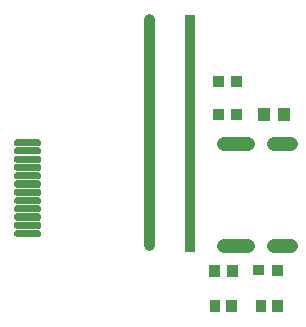
<source format=gbs>
G04 Layer: BottomSolderMaskLayer*
G04 EasyEDA v6.4.25, 2021-11-23T22:35:47+08:00*
G04 b1e9ac58b82e44e2a900f0cbd8408905,45ba98ba689c459a8d72e4540021d05b,10*
G04 Gerber Generator version 0.2*
G04 Scale: 100 percent, Rotated: No, Reflected: No *
G04 Dimensions in millimeters *
G04 leading zeros omitted , absolute positions ,4 integer and 5 decimal *
%FSLAX45Y45*%
%MOMM*%

%ADD36C,1.2032*%
%ADD49C,0.9081*%

%LPD*%
D49*
X2011669Y1477830D02*
G01*
X2011669Y-441523D01*
D36*
X3071314Y416910D02*
G01*
X3221314Y416910D01*
X3071312Y-447095D02*
G01*
X3221314Y-447095D01*
X2652613Y416504D02*
G01*
X2852613Y416504D01*
X2652613Y-447502D02*
G01*
X2852613Y-447502D01*
G36*
X2316723Y-499699D02*
G01*
X2316723Y1510456D01*
X2407655Y1510456D01*
X2407655Y-499699D01*
G37*
G36*
X2530083Y-1007699D02*
G01*
X2530083Y-907623D01*
X2620253Y-907623D01*
X2620253Y-1007699D01*
G37*
G36*
X2670037Y-1007699D02*
G01*
X2670037Y-907623D01*
X2760207Y-907623D01*
X2760207Y-1007699D01*
G37*
G36*
X2559039Y893998D02*
G01*
X2559039Y990518D01*
X2649717Y990518D01*
X2649717Y893998D01*
G37*
G36*
X2709661Y893998D02*
G01*
X2709661Y990518D01*
X2800339Y990518D01*
X2800339Y893998D01*
G37*
G36*
X3057387Y-1007191D02*
G01*
X3057387Y-906861D01*
X3147557Y-906861D01*
X3147557Y-1007191D01*
G37*
G36*
X2917433Y-1007191D02*
G01*
X2917433Y-906861D01*
X3007603Y-906861D01*
X3007603Y-1007191D01*
G37*
G36*
X2897621Y-697565D02*
G01*
X2897621Y-607395D01*
X2987791Y-607395D01*
X2987791Y-697565D01*
G37*
G36*
X3057387Y-698327D02*
G01*
X3057387Y-608157D01*
X3147557Y-608157D01*
X3147557Y-698327D01*
G37*
G36*
X2940801Y607740D02*
G01*
X2940801Y717976D01*
X3041131Y717976D01*
X3041131Y607740D01*
G37*
G36*
X3110981Y607740D02*
G01*
X3110981Y717976D01*
X3211057Y717976D01*
X3211057Y607740D01*
G37*
G36*
X2674609Y-708741D02*
G01*
X2674609Y-612221D01*
X2765287Y-612221D01*
X2765287Y-708741D01*
G37*
G36*
X2523987Y-708741D02*
G01*
X2523987Y-612221D01*
X2614665Y-612221D01*
X2614665Y-708741D01*
G37*
G36*
X2709661Y617138D02*
G01*
X2709661Y713658D01*
X2800339Y713658D01*
X2800339Y617138D01*
G37*
G36*
X2559039Y617138D02*
G01*
X2559039Y713658D01*
X2649717Y713658D01*
X2649717Y617138D01*
G37*
G36*
X894323Y-372953D02*
G01*
X881369Y-367619D01*
X876035Y-354665D01*
X876035Y-330789D01*
X881369Y-317835D01*
X894323Y-312501D01*
X1081521Y-312501D01*
X1094475Y-317835D01*
X1099555Y-330789D01*
X1099555Y-354665D01*
X1094475Y-367619D01*
X1081521Y-372953D01*
G37*
G36*
X894323Y-302849D02*
G01*
X881369Y-297515D01*
X876035Y-284815D01*
X876035Y-260685D01*
X881369Y-247985D01*
X894323Y-242651D01*
X1081521Y-242651D01*
X1094475Y-247985D01*
X1099555Y-260685D01*
X1099555Y-284815D01*
X1094475Y-297515D01*
X1081521Y-302849D01*
G37*
G36*
X894323Y-162895D02*
G01*
X881369Y-157561D01*
X876035Y-144861D01*
X876035Y-120731D01*
X881369Y-108031D01*
X894323Y-102697D01*
X1081521Y-102697D01*
X1094475Y-108031D01*
X1099555Y-120731D01*
X1099555Y-144861D01*
X1094475Y-157561D01*
X1081521Y-162895D01*
G37*
G36*
X894323Y-93045D02*
G01*
X881369Y-87711D01*
X876035Y-74757D01*
X876035Y-50627D01*
X881369Y-37927D01*
X894323Y-32593D01*
X1081521Y-32593D01*
X1094475Y-37927D01*
X1099555Y-50627D01*
X1099555Y-74757D01*
X1094475Y-87711D01*
X1081521Y-93045D01*
G37*
G36*
X894323Y117012D02*
G01*
X881369Y122346D01*
X876035Y135300D01*
X876035Y159176D01*
X881369Y172130D01*
X894323Y177464D01*
X1081521Y177464D01*
X1094475Y172130D01*
X1099555Y159176D01*
X1099555Y135300D01*
X1094475Y122346D01*
X1081521Y117012D01*
G37*
G36*
X894323Y47162D02*
G01*
X881369Y52496D01*
X876035Y65196D01*
X876035Y89326D01*
X881369Y102026D01*
X894323Y107360D01*
X1081521Y107360D01*
X1094475Y102026D01*
X1099555Y89326D01*
X1099555Y65196D01*
X1094475Y52496D01*
X1081521Y47162D01*
G37*
G36*
X894323Y327070D02*
G01*
X881369Y332404D01*
X876035Y345104D01*
X876035Y369234D01*
X881369Y382188D01*
X894323Y387522D01*
X1081521Y387522D01*
X1094475Y382188D01*
X1099555Y369234D01*
X1099555Y345104D01*
X1094475Y332404D01*
X1081521Y327070D01*
G37*
G36*
X894323Y256966D02*
G01*
X881369Y262300D01*
X876035Y275254D01*
X876035Y299384D01*
X881369Y312084D01*
X894323Y317418D01*
X1081521Y317418D01*
X1094475Y312084D01*
X1099555Y299384D01*
X1099555Y275254D01*
X1094475Y262300D01*
X1081521Y256966D01*
G37*
G36*
X894323Y-232999D02*
G01*
X881369Y-227665D01*
X876035Y-214711D01*
X876035Y-190835D01*
X881369Y-177881D01*
X894323Y-172547D01*
X1081521Y-172547D01*
X1094475Y-177881D01*
X1099555Y-190835D01*
X1099555Y-214711D01*
X1094475Y-227665D01*
X1081521Y-232999D01*
G37*
G36*
X894323Y-22941D02*
G01*
X881369Y-17607D01*
X876035Y-4653D01*
X876035Y19222D01*
X881369Y32176D01*
X894323Y37510D01*
X1081521Y37510D01*
X1094475Y32176D01*
X1099555Y19222D01*
X1099555Y-4653D01*
X1094475Y-17607D01*
X1081521Y-22941D01*
G37*
G36*
X894323Y187116D02*
G01*
X881369Y192450D01*
X876035Y205150D01*
X876035Y229280D01*
X881369Y241980D01*
X894323Y247314D01*
X1081521Y247314D01*
X1094475Y241980D01*
X1099555Y229280D01*
X1099555Y205150D01*
X1094475Y192450D01*
X1081521Y187116D01*
G37*
G36*
X894323Y397174D02*
G01*
X881369Y402508D01*
X876035Y415208D01*
X876035Y439338D01*
X881369Y452038D01*
X894323Y457372D01*
X1081521Y457372D01*
X1094475Y452038D01*
X1099555Y439338D01*
X1099555Y415208D01*
X1094475Y402508D01*
X1081521Y397174D01*
G37*
M02*

</source>
